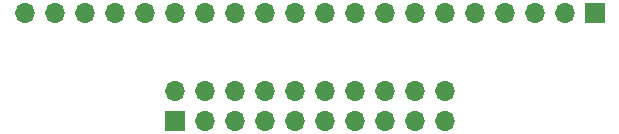
<source format=gbr>
G04 #@! TF.FileFunction,Copper,L1,Top,Signal*
%FSLAX46Y46*%
G04 Gerber Fmt 4.6, Leading zero omitted, Abs format (unit mm)*
G04 Created by KiCad (PCBNEW 4.0.5) date 10/06/17 13:28:22*
%MOMM*%
%LPD*%
G01*
G04 APERTURE LIST*
%ADD10C,0.100000*%
%ADD11R,1.700000X1.700000*%
%ADD12O,1.700000X1.700000*%
%ADD13C,0.500000*%
G04 APERTURE END LIST*
D10*
D11*
X189992000Y-69850000D03*
D12*
X187452000Y-69850000D03*
X184912000Y-69850000D03*
X182372000Y-69850000D03*
X179832000Y-69850000D03*
X177292000Y-69850000D03*
X174752000Y-69850000D03*
X172212000Y-69850000D03*
X169672000Y-69850000D03*
X167132000Y-69850000D03*
X164592000Y-69850000D03*
X162052000Y-69850000D03*
X159512000Y-69850000D03*
X156972000Y-69850000D03*
X154432000Y-69850000D03*
X151892000Y-69850000D03*
X149352000Y-69850000D03*
X146812000Y-69850000D03*
X144272000Y-69850000D03*
X141732000Y-69850000D03*
D11*
X154432000Y-78994000D03*
D12*
X154432000Y-76454000D03*
X156972000Y-78994000D03*
X156972000Y-76454000D03*
X159512000Y-78994000D03*
X159512000Y-76454000D03*
X162052000Y-78994000D03*
X162052000Y-76454000D03*
X164592000Y-78994000D03*
X164592000Y-76454000D03*
X167132000Y-78994000D03*
X167132000Y-76454000D03*
X169672000Y-78994000D03*
X169672000Y-76454000D03*
X172212000Y-78994000D03*
X172212000Y-76454000D03*
X174752000Y-78994000D03*
X174752000Y-76454000D03*
X177292000Y-78994000D03*
X177292000Y-76454000D03*
D13*
X187452000Y-69850000D02*
X187452000Y-69596000D01*
X182372000Y-69850000D02*
X182372000Y-69596000D01*
X172212000Y-69850000D02*
X172212000Y-69596000D01*
X146812000Y-69850000D02*
X146558000Y-69850000D01*
M02*

</source>
